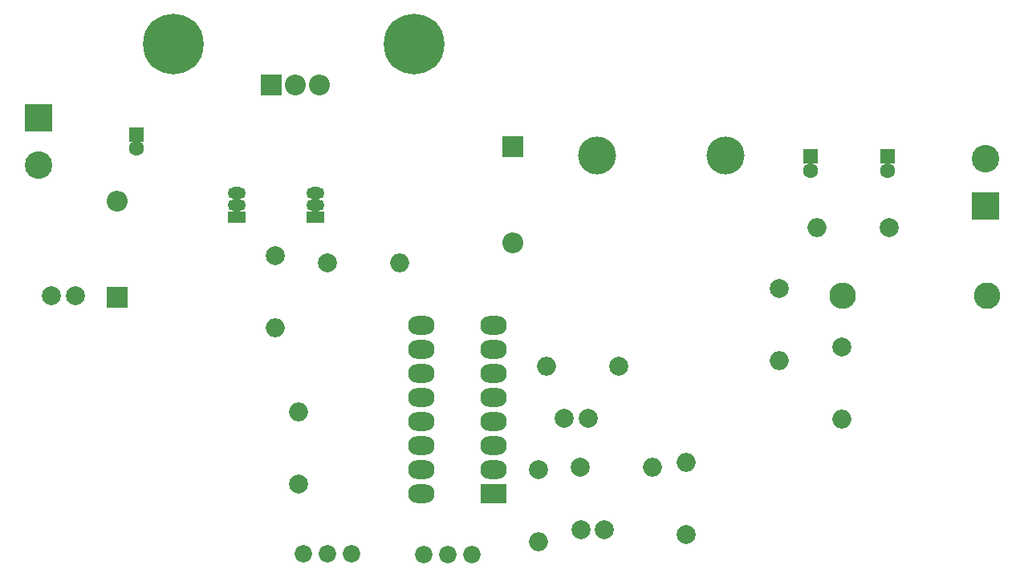
<source format=gbr>
G04 #@! TF.FileFunction,Soldermask,Top*
%FSLAX46Y46*%
G04 Gerber Fmt 4.6, Leading zero omitted, Abs format (unit mm)*
G04 Created by KiCad (PCBNEW 4.0.6) date 09/23/17 02:02:46*
%MOMM*%
%LPD*%
G01*
G04 APERTURE LIST*
%ADD10C,0.100000*%
%ADD11C,2.000000*%
%ADD12R,1.600000X1.600000*%
%ADD13C,1.600000*%
%ADD14R,2.200000X2.200000*%
%ADD15O,2.200000X2.200000*%
%ADD16R,2.900000X2.900000*%
%ADD17C,2.900000*%
%ADD18C,4.000000*%
%ADD19O,1.900000X1.300000*%
%ADD20R,1.900000X1.300000*%
%ADD21O,2.000000X2.000000*%
%ADD22C,2.800000*%
%ADD23O,2.800000X2.800000*%
%ADD24C,1.840000*%
%ADD25R,2.800000X2.000000*%
%ADD26O,2.800000X2.000000*%
%ADD27C,6.399480*%
G04 APERTURE END LIST*
D10*
D11*
X86512400Y-77444600D03*
X84012400Y-77444600D03*
D12*
X92964000Y-60426600D03*
D13*
X92964000Y-61926600D03*
D11*
X139827000Y-102209600D03*
X142327000Y-102209600D03*
D12*
X164084000Y-62763400D03*
D13*
X164084000Y-64263400D03*
D11*
X140614400Y-90449400D03*
X138114400Y-90449400D03*
D12*
X172212000Y-62738000D03*
D13*
X172212000Y-64238000D03*
D14*
X90881200Y-77673200D03*
D15*
X90881200Y-67513200D03*
D14*
X132613400Y-61696600D03*
D15*
X132613400Y-71856600D03*
D16*
X82575400Y-58648600D03*
D17*
X82575400Y-63648600D03*
D16*
X182524400Y-67995800D03*
D17*
X182524400Y-62995800D03*
D18*
X141554200Y-62687200D03*
X155054200Y-62687200D03*
D19*
X103530400Y-67919600D03*
X103530400Y-66649600D03*
D20*
X103530400Y-69189600D03*
D14*
X107188000Y-55245000D03*
D15*
X109728000Y-55245000D03*
X112268000Y-55245000D03*
D19*
X111785400Y-67919600D03*
X111785400Y-66649600D03*
D20*
X111785400Y-69189600D03*
D11*
X110007400Y-97383600D03*
D21*
X110007400Y-89763600D03*
D11*
X135356600Y-95885000D03*
D21*
X135356600Y-103505000D03*
D11*
X139801600Y-95631000D03*
D21*
X147421600Y-95631000D03*
D11*
X150977600Y-102743000D03*
D21*
X150977600Y-95123000D03*
D11*
X160756600Y-76758800D03*
D21*
X160756600Y-84378800D03*
D11*
X172339000Y-70307200D03*
D21*
X164719000Y-70307200D03*
D11*
X113080800Y-74015600D03*
D21*
X120700800Y-74015600D03*
D11*
X143840200Y-84963000D03*
D21*
X136220200Y-84963000D03*
D11*
X107594400Y-73253600D03*
D21*
X107594400Y-80873600D03*
D11*
X167386000Y-82931000D03*
D21*
X167386000Y-90551000D03*
D22*
X182651400Y-77444600D03*
D23*
X167411400Y-77444600D03*
D24*
X110540800Y-104724200D03*
X113080800Y-104724200D03*
X115620800Y-104724200D03*
X128371600Y-104825800D03*
X125831600Y-104825800D03*
X123291600Y-104825800D03*
D25*
X130657600Y-98425000D03*
D26*
X123037600Y-80645000D03*
X130657600Y-95885000D03*
X123037600Y-83185000D03*
X130657600Y-93345000D03*
X123037600Y-85725000D03*
X130657600Y-90805000D03*
X123037600Y-88265000D03*
X130657600Y-88265000D03*
X123037600Y-90805000D03*
X130657600Y-85725000D03*
X123037600Y-93345000D03*
X130657600Y-83185000D03*
X123037600Y-95885000D03*
X130657600Y-80645000D03*
X123037600Y-98425000D03*
D27*
X122250200Y-50901600D03*
X96850200Y-50901600D03*
M02*

</source>
